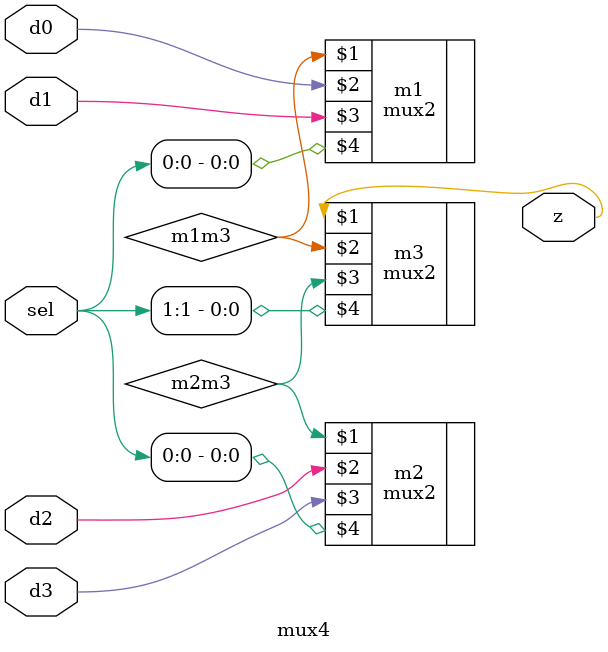
<source format=sv>
module mux4 (
    input logic d0,          // Data input 0
    input logic d1,          // Data input 1
    input logic d2,          // Data input 2
    input logic d3,          // Data input 3
    input logic [1:0] sel,   // Select input
    output logic z           // Output
);

// Put your code here
// ------------------

logic m1m3, m2m3;

mux2 m1(m1m3, d0, d1, sel[0]);
mux2 m2(m2m3, d2, d3, sel[0]);
mux2 m3(z, m1m3, m2m3, sel[1]);

// End of your code

endmodule

</source>
